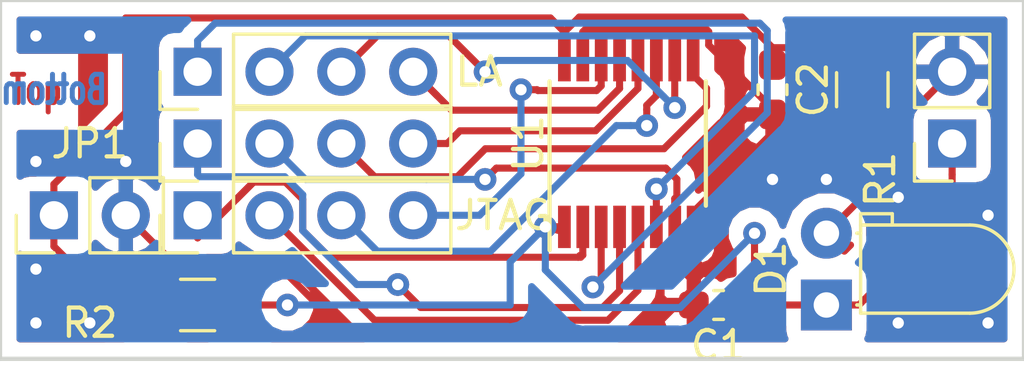
<source format=kicad_pcb>
(kicad_pcb (version 20171130) (host pcbnew 5.0.2+dfsg1-1~bpo9+1)

  (general
    (thickness 1.6)
    (drawings 6)
    (tracks 186)
    (zones 0)
    (modules 11)
    (nets 17)
  )

  (page A4)
  (layers
    (0 F.Cu signal)
    (31 B.Cu signal hide)
    (32 B.Adhes user hide)
    (33 F.Adhes user hide)
    (34 B.Paste user hide)
    (35 F.Paste user hide)
    (36 B.SilkS user hide)
    (37 F.SilkS user)
    (38 B.Mask user hide)
    (39 F.Mask user hide)
    (40 Dwgs.User user hide)
    (41 Cmts.User user hide)
    (42 Eco1.User user)
    (43 Eco2.User user hide)
    (44 Edge.Cuts user hide)
    (45 Margin user hide)
    (46 B.CrtYd user hide)
    (47 F.CrtYd user hide)
    (48 B.Fab user hide)
    (49 F.Fab user hide)
  )

  (setup
    (last_trace_width 0.25)
    (trace_clearance 0.2)
    (zone_clearance 0.508)
    (zone_45_only no)
    (trace_min 0.2)
    (segment_width 0.2)
    (edge_width 0.15)
    (via_size 0.8)
    (via_drill 0.4)
    (via_min_size 0.4)
    (via_min_drill 0.3)
    (uvia_size 0.3)
    (uvia_drill 0.1)
    (uvias_allowed no)
    (uvia_min_size 0.2)
    (uvia_min_drill 0.1)
    (pcb_text_width 0.3)
    (pcb_text_size 1.5 1.5)
    (mod_edge_width 0.15)
    (mod_text_size 1 1)
    (mod_text_width 0.15)
    (pad_size 1.524 1.524)
    (pad_drill 0.762)
    (pad_to_mask_clearance 0.051)
    (solder_mask_min_width 0.25)
    (aux_axis_origin 123.19 112.395)
    (grid_origin 120.65 114.3)
    (visible_elements FFFFFF7F)
    (pcbplotparams
      (layerselection 0x010fc_ffffffff)
      (usegerberextensions false)
      (usegerberattributes false)
      (usegerberadvancedattributes false)
      (creategerberjobfile false)
      (excludeedgelayer true)
      (linewidth 0.100000)
      (plotframeref false)
      (viasonmask false)
      (mode 1)
      (useauxorigin false)
      (hpglpennumber 1)
      (hpglpenspeed 20)
      (hpglpendiameter 15.000000)
      (psnegative false)
      (psa4output false)
      (plotreference true)
      (plotvalue true)
      (plotinvisibletext false)
      (padsonsilk false)
      (subtractmaskfromsilk false)
      (outputformat 1)
      (mirror false)
      (drillshape 1)
      (scaleselection 1)
      (outputdirectory ""))
  )

  (net 0 "")
  (net 1 +3V3)
  (net 2 "Net-(D1-Pad2)")
  (net 3 "Net-(C1-Pad1)")
  (net 4 "Net-(JP2..5jtag1-Pad1)")
  (net 5 "Net-(JP2..5la1-Pad1)")
  (net 6 "Net-(JP2..5u1-Pad1)")
  (net 7 "Net-(JP2..5jtag1-Pad2)")
  (net 8 "Net-(JP2..5la1-Pad2)")
  (net 9 "Net-(JP2..5u1-Pad2)")
  (net 10 GND)
  (net 11 "Net-(JP2..5u1-Pad3)")
  (net 12 "Net-(JP2..5la1-Pad3)")
  (net 13 "Net-(JP2..5jtag1-Pad3)")
  (net 14 "Net-(JP2..5u1-Pad4)")
  (net 15 "Net-(JP2..5la1-Pad4)")
  (net 16 "Net-(JP2..5jtag1-Pad4)")

  (net_class Default "This is the default net class."
    (clearance 0.2)
    (trace_width 0.25)
    (via_dia 0.8)
    (via_drill 0.4)
    (uvia_dia 0.3)
    (uvia_drill 0.1)
    (add_net +3V3)
    (add_net GND)
    (add_net "Net-(C1-Pad1)")
    (add_net "Net-(D1-Pad2)")
    (add_net "Net-(JP2..5jtag1-Pad1)")
    (add_net "Net-(JP2..5jtag1-Pad2)")
    (add_net "Net-(JP2..5jtag1-Pad3)")
    (add_net "Net-(JP2..5jtag1-Pad4)")
    (add_net "Net-(JP2..5la1-Pad1)")
    (add_net "Net-(JP2..5la1-Pad2)")
    (add_net "Net-(JP2..5la1-Pad3)")
    (add_net "Net-(JP2..5la1-Pad4)")
    (add_net "Net-(JP2..5u1-Pad1)")
    (add_net "Net-(JP2..5u1-Pad2)")
    (add_net "Net-(JP2..5u1-Pad3)")
    (add_net "Net-(JP2..5u1-Pad4)")
  )

  (module Capacitor_SMD:C_0603_1608Metric_Pad1.05x0.95mm_HandSolder (layer F.Cu) (tedit 5B301BBE) (tstamp 5C6C3637)
    (at 148.59 104.775 270)
    (descr "Capacitor SMD 0603 (1608 Metric), square (rectangular) end terminal, IPC_7351 nominal with elongated pad for handsoldering. (Body size source: http://www.tortai-tech.com/upload/download/2011102023233369053.pdf), generated with kicad-footprint-generator")
    (tags "capacitor handsolder")
    (path /5C603407)
    (attr smd)
    (fp_text reference C2 (at 0 -1.43 270) (layer F.SilkS)
      (effects (font (size 1 1) (thickness 0.15)))
    )
    (fp_text value 100n (at 0 1.43 270) (layer F.Fab)
      (effects (font (size 1 1) (thickness 0.15)))
    )
    (fp_line (start -0.8 0.4) (end -0.8 -0.4) (layer F.Fab) (width 0.1))
    (fp_line (start -0.8 -0.4) (end 0.8 -0.4) (layer F.Fab) (width 0.1))
    (fp_line (start 0.8 -0.4) (end 0.8 0.4) (layer F.Fab) (width 0.1))
    (fp_line (start 0.8 0.4) (end -0.8 0.4) (layer F.Fab) (width 0.1))
    (fp_line (start -0.171267 -0.51) (end 0.171267 -0.51) (layer F.SilkS) (width 0.12))
    (fp_line (start -0.171267 0.51) (end 0.171267 0.51) (layer F.SilkS) (width 0.12))
    (fp_line (start -1.65 0.73) (end -1.65 -0.73) (layer F.CrtYd) (width 0.05))
    (fp_line (start -1.65 -0.73) (end 1.65 -0.73) (layer F.CrtYd) (width 0.05))
    (fp_line (start 1.65 -0.73) (end 1.65 0.73) (layer F.CrtYd) (width 0.05))
    (fp_line (start 1.65 0.73) (end -1.65 0.73) (layer F.CrtYd) (width 0.05))
    (fp_text user %R (at 0 0 270) (layer F.Fab)
      (effects (font (size 0.4 0.4) (thickness 0.06)))
    )
    (pad 1 smd roundrect (at -0.875 0 270) (size 1.05 0.95) (layers F.Cu F.Paste F.Mask) (roundrect_rratio 0.25)
      (net 1 +3V3))
    (pad 2 smd roundrect (at 0.875 0 270) (size 1.05 0.95) (layers F.Cu F.Paste F.Mask) (roundrect_rratio 0.25)
      (net 10 GND))
    (model ${KISYS3DMOD}/Capacitor_SMD.3dshapes/C_0603_1608Metric.wrl
      (at (xyz 0 0 0))
      (scale (xyz 1 1 1))
      (rotate (xyz 0 0 0))
    )
  )

  (module Connector_PinHeader_2.54mm:PinHeader_1x04_P2.54mm_Vertical (layer F.Cu) (tedit 5C66F4A0) (tstamp 5C6C35DE)
    (at 128.27 104.14 90)
    (descr "Through hole straight pin header, 1x04, 2.54mm pitch, single row")
    (tags "Through hole pin header THT 1x04 2.54mm single row")
    (path /5C66AB31)
    (fp_text reference JP2..5la1 (at 0 -2.33 90) (layer F.SilkS) hide
      (effects (font (size 1 1) (thickness 0.15)))
    )
    (fp_text value LA (at 0 9.95 180) (layer F.SilkS)
      (effects (font (size 1 1) (thickness 0.15)))
    )
    (fp_text user %R (at 0 3.81 180) (layer F.Fab)
      (effects (font (size 1 1) (thickness 0.15)))
    )
    (fp_line (start 1.8 -1.8) (end -1.8 -1.8) (layer F.CrtYd) (width 0.05))
    (fp_line (start 1.8 9.4) (end 1.8 -1.8) (layer F.CrtYd) (width 0.05))
    (fp_line (start -1.8 9.4) (end 1.8 9.4) (layer F.CrtYd) (width 0.05))
    (fp_line (start -1.8 -1.8) (end -1.8 9.4) (layer F.CrtYd) (width 0.05))
    (fp_line (start -1.33 -1.33) (end 0 -1.33) (layer F.SilkS) (width 0.12))
    (fp_line (start -1.33 0) (end -1.33 -1.33) (layer F.SilkS) (width 0.12))
    (fp_line (start -1.33 1.27) (end 1.33 1.27) (layer F.SilkS) (width 0.12))
    (fp_line (start 1.33 1.27) (end 1.33 8.95) (layer F.SilkS) (width 0.12))
    (fp_line (start -1.33 1.27) (end -1.33 8.95) (layer F.SilkS) (width 0.12))
    (fp_line (start -1.33 8.95) (end 1.33 8.95) (layer F.SilkS) (width 0.12))
    (fp_line (start -1.27 -0.635) (end -0.635 -1.27) (layer F.Fab) (width 0.1))
    (fp_line (start -1.27 8.89) (end -1.27 -0.635) (layer F.Fab) (width 0.1))
    (fp_line (start 1.27 8.89) (end -1.27 8.89) (layer F.Fab) (width 0.1))
    (fp_line (start 1.27 -1.27) (end 1.27 8.89) (layer F.Fab) (width 0.1))
    (fp_line (start -0.635 -1.27) (end 1.27 -1.27) (layer F.Fab) (width 0.1))
    (pad 4 thru_hole oval (at 0 7.62 90) (size 1.7 1.7) (drill 1) (layers *.Cu *.Mask)
      (net 15 "Net-(JP2..5la1-Pad4)"))
    (pad 3 thru_hole oval (at 0 5.08 90) (size 1.7 1.7) (drill 1) (layers *.Cu *.Mask)
      (net 12 "Net-(JP2..5la1-Pad3)"))
    (pad 2 thru_hole oval (at 0 2.54 90) (size 1.7 1.7) (drill 1) (layers *.Cu *.Mask)
      (net 8 "Net-(JP2..5la1-Pad2)"))
    (pad 1 thru_hole rect (at 0 0 90) (size 1.7 1.7) (drill 1) (layers *.Cu *.Mask)
      (net 5 "Net-(JP2..5la1-Pad1)"))
    (model ${KISYS3DMOD}/Connector_PinHeader_2.54mm.3dshapes/PinHeader_1x04_P2.54mm_Vertical.wrl
      (at (xyz 0 0 0))
      (scale (xyz 1 1 1))
      (rotate (xyz 0 0 0))
    )
  )

  (module Connector_PinHeader_2.54mm:PinHeader_1x04_P2.54mm_Vertical (layer F.Cu) (tedit 5C66F485) (tstamp 5C6C35C6)
    (at 128.27 109.22 90)
    (descr "Through hole straight pin header, 1x04, 2.54mm pitch, single row")
    (tags "Through hole pin header THT 1x04 2.54mm single row")
    (path /5C66AA76)
    (fp_text reference JP2..5jtag1 (at 0 -2.33 90) (layer F.SilkS) hide
      (effects (font (size 1 1) (thickness 0.15)))
    )
    (fp_text value JTAG (at 0 10.795 180) (layer F.SilkS)
      (effects (font (size 1 1) (thickness 0.15)))
    )
    (fp_line (start -0.635 -1.27) (end 1.27 -1.27) (layer F.Fab) (width 0.1))
    (fp_line (start 1.27 -1.27) (end 1.27 8.89) (layer F.Fab) (width 0.1))
    (fp_line (start 1.27 8.89) (end -1.27 8.89) (layer F.Fab) (width 0.1))
    (fp_line (start -1.27 8.89) (end -1.27 -0.635) (layer F.Fab) (width 0.1))
    (fp_line (start -1.27 -0.635) (end -0.635 -1.27) (layer F.Fab) (width 0.1))
    (fp_line (start -1.33 8.95) (end 1.33 8.95) (layer F.SilkS) (width 0.12))
    (fp_line (start -1.33 1.27) (end -1.33 8.95) (layer F.SilkS) (width 0.12))
    (fp_line (start 1.33 1.27) (end 1.33 8.95) (layer F.SilkS) (width 0.12))
    (fp_line (start -1.33 1.27) (end 1.33 1.27) (layer F.SilkS) (width 0.12))
    (fp_line (start -1.33 0) (end -1.33 -1.33) (layer F.SilkS) (width 0.12))
    (fp_line (start -1.33 -1.33) (end 0 -1.33) (layer F.SilkS) (width 0.12))
    (fp_line (start -1.8 -1.8) (end -1.8 9.4) (layer F.CrtYd) (width 0.05))
    (fp_line (start -1.8 9.4) (end 1.8 9.4) (layer F.CrtYd) (width 0.05))
    (fp_line (start 1.8 9.4) (end 1.8 -1.8) (layer F.CrtYd) (width 0.05))
    (fp_line (start 1.8 -1.8) (end -1.8 -1.8) (layer F.CrtYd) (width 0.05))
    (fp_text user %R (at 0 3.81 180) (layer F.Fab)
      (effects (font (size 1 1) (thickness 0.15)))
    )
    (pad 1 thru_hole rect (at 0 0 90) (size 1.7 1.7) (drill 1) (layers *.Cu *.Mask)
      (net 4 "Net-(JP2..5jtag1-Pad1)"))
    (pad 2 thru_hole oval (at 0 2.54 90) (size 1.7 1.7) (drill 1) (layers *.Cu *.Mask)
      (net 7 "Net-(JP2..5jtag1-Pad2)"))
    (pad 3 thru_hole oval (at 0 5.08 90) (size 1.7 1.7) (drill 1) (layers *.Cu *.Mask)
      (net 13 "Net-(JP2..5jtag1-Pad3)"))
    (pad 4 thru_hole oval (at 0 7.62 90) (size 1.7 1.7) (drill 1) (layers *.Cu *.Mask)
      (net 16 "Net-(JP2..5jtag1-Pad4)"))
    (model ${KISYS3DMOD}/Connector_PinHeader_2.54mm.3dshapes/PinHeader_1x04_P2.54mm_Vertical.wrl
      (at (xyz 0 0 0))
      (scale (xyz 1 1 1))
      (rotate (xyz 0 0 0))
    )
  )

  (module LED_THT:LED_D3.0mm_Horizontal_O1.27mm_Z2.0mm (layer F.Cu) (tedit 5880A862) (tstamp 5C6C3584)
    (at 150.495 112.395 90)
    (descr "LED, diameter 3.0mm z-position of LED center 2.0mm, 2 pins")
    (tags "LED diameter 3.0mm z-position of LED center 2.0mm 2 pins")
    (path /5C6035E1)
    (fp_text reference D1 (at 1.27 -1.96 90) (layer F.SilkS)
      (effects (font (size 1 1) (thickness 0.15)))
    )
    (fp_text value red (at 1.27 7.63 90) (layer F.Fab)
      (effects (font (size 1 1) (thickness 0.15)))
    )
    (fp_arc (start 1.27 5.07) (end -0.23 5.07) (angle -180) (layer F.Fab) (width 0.1))
    (fp_arc (start 1.27 5.07) (end -0.29 5.07) (angle -180) (layer F.SilkS) (width 0.12))
    (fp_line (start -0.23 1.27) (end -0.23 5.07) (layer F.Fab) (width 0.1))
    (fp_line (start 2.77 1.27) (end 2.77 5.07) (layer F.Fab) (width 0.1))
    (fp_line (start -0.23 1.27) (end 2.77 1.27) (layer F.Fab) (width 0.1))
    (fp_line (start 3.17 1.27) (end 3.17 2.27) (layer F.Fab) (width 0.1))
    (fp_line (start 3.17 2.27) (end 2.77 2.27) (layer F.Fab) (width 0.1))
    (fp_line (start 2.77 2.27) (end 2.77 1.27) (layer F.Fab) (width 0.1))
    (fp_line (start 2.77 1.27) (end 3.17 1.27) (layer F.Fab) (width 0.1))
    (fp_line (start 0 0) (end 0 1.27) (layer F.Fab) (width 0.1))
    (fp_line (start 0 1.27) (end 0 1.27) (layer F.Fab) (width 0.1))
    (fp_line (start 0 1.27) (end 0 0) (layer F.Fab) (width 0.1))
    (fp_line (start 0 0) (end 0 0) (layer F.Fab) (width 0.1))
    (fp_line (start 2.54 0) (end 2.54 1.27) (layer F.Fab) (width 0.1))
    (fp_line (start 2.54 1.27) (end 2.54 1.27) (layer F.Fab) (width 0.1))
    (fp_line (start 2.54 1.27) (end 2.54 0) (layer F.Fab) (width 0.1))
    (fp_line (start 2.54 0) (end 2.54 0) (layer F.Fab) (width 0.1))
    (fp_line (start -0.29 1.21) (end -0.29 5.07) (layer F.SilkS) (width 0.12))
    (fp_line (start 2.83 1.21) (end 2.83 5.07) (layer F.SilkS) (width 0.12))
    (fp_line (start -0.29 1.21) (end 2.83 1.21) (layer F.SilkS) (width 0.12))
    (fp_line (start 3.23 1.21) (end 3.23 2.33) (layer F.SilkS) (width 0.12))
    (fp_line (start 3.23 2.33) (end 2.83 2.33) (layer F.SilkS) (width 0.12))
    (fp_line (start 2.83 2.33) (end 2.83 1.21) (layer F.SilkS) (width 0.12))
    (fp_line (start 2.83 1.21) (end 3.23 1.21) (layer F.SilkS) (width 0.12))
    (fp_line (start 0 1.08) (end 0 1.21) (layer F.SilkS) (width 0.12))
    (fp_line (start 0 1.21) (end 0 1.21) (layer F.SilkS) (width 0.12))
    (fp_line (start 0 1.21) (end 0 1.08) (layer F.SilkS) (width 0.12))
    (fp_line (start 0 1.08) (end 0 1.08) (layer F.SilkS) (width 0.12))
    (fp_line (start 2.54 1.08) (end 2.54 1.21) (layer F.SilkS) (width 0.12))
    (fp_line (start 2.54 1.21) (end 2.54 1.21) (layer F.SilkS) (width 0.12))
    (fp_line (start 2.54 1.21) (end 2.54 1.08) (layer F.SilkS) (width 0.12))
    (fp_line (start 2.54 1.08) (end 2.54 1.08) (layer F.SilkS) (width 0.12))
    (fp_line (start -1.25 -1.25) (end -1.25 6.9) (layer F.CrtYd) (width 0.05))
    (fp_line (start -1.25 6.9) (end 3.75 6.9) (layer F.CrtYd) (width 0.05))
    (fp_line (start 3.75 6.9) (end 3.75 -1.25) (layer F.CrtYd) (width 0.05))
    (fp_line (start 3.75 -1.25) (end -1.25 -1.25) (layer F.CrtYd) (width 0.05))
    (pad 1 thru_hole rect (at 0 0 90) (size 1.8 1.8) (drill 0.9) (layers *.Cu *.Mask)
      (net 3 "Net-(C1-Pad1)"))
    (pad 2 thru_hole circle (at 2.54 0 90) (size 1.8 1.8) (drill 0.9) (layers *.Cu *.Mask)
      (net 2 "Net-(D1-Pad2)"))
    (model ${KISYS3DMOD}/LED_THT.3dshapes/LED_D3.0mm_Horizontal_O1.27mm_Z2.0mm.wrl
      (at (xyz 0 0 0))
      (scale (xyz 1 1 1))
      (rotate (xyz 0 0 0))
    )
  )

  (module Resistor_SMD:R_0603_1608Metric_Pad1.05x0.95mm_HandSolder (layer F.Cu) (tedit 5B301BBD) (tstamp 5C6C350D)
    (at 146.685 112.395 180)
    (descr "Resistor SMD 0603 (1608 Metric), square (rectangular) end terminal, IPC_7351 nominal with elongated pad for handsoldering. (Body size source: http://www.tortai-tech.com/upload/download/2011102023233369053.pdf), generated with kicad-footprint-generator")
    (tags "resistor handsolder")
    (path /5C60346B)
    (attr smd)
    (fp_text reference C1 (at 0 -1.43 180) (layer F.SilkS)
      (effects (font (size 1 1) (thickness 0.15)))
    )
    (fp_text value 100n (at 0 1.43 180) (layer F.Fab)
      (effects (font (size 1 1) (thickness 0.15)))
    )
    (fp_line (start -0.8 0.4) (end -0.8 -0.4) (layer F.Fab) (width 0.1))
    (fp_line (start -0.8 -0.4) (end 0.8 -0.4) (layer F.Fab) (width 0.1))
    (fp_line (start 0.8 -0.4) (end 0.8 0.4) (layer F.Fab) (width 0.1))
    (fp_line (start 0.8 0.4) (end -0.8 0.4) (layer F.Fab) (width 0.1))
    (fp_line (start -0.171267 -0.51) (end 0.171267 -0.51) (layer F.SilkS) (width 0.12))
    (fp_line (start -0.171267 0.51) (end 0.171267 0.51) (layer F.SilkS) (width 0.12))
    (fp_line (start -1.65 0.73) (end -1.65 -0.73) (layer F.CrtYd) (width 0.05))
    (fp_line (start -1.65 -0.73) (end 1.65 -0.73) (layer F.CrtYd) (width 0.05))
    (fp_line (start 1.65 -0.73) (end 1.65 0.73) (layer F.CrtYd) (width 0.05))
    (fp_line (start 1.65 0.73) (end -1.65 0.73) (layer F.CrtYd) (width 0.05))
    (fp_text user %R (at 0 0 180) (layer F.Fab)
      (effects (font (size 0.4 0.4) (thickness 0.06)))
    )
    (pad 1 smd roundrect (at -0.875 0 180) (size 1.05 0.95) (layers F.Cu F.Paste F.Mask) (roundrect_rratio 0.25)
      (net 3 "Net-(C1-Pad1)"))
    (pad 2 smd roundrect (at 0.875 0 180) (size 1.05 0.95) (layers F.Cu F.Paste F.Mask) (roundrect_rratio 0.25)
      (net 10 GND))
    (model ${KISYS3DMOD}/Resistor_SMD.3dshapes/R_0603_1608Metric.wrl
      (at (xyz 0 0 0))
      (scale (xyz 1 1 1))
      (rotate (xyz 0 0 0))
    )
  )

  (module Resistor_SMD:R_1206_3216Metric_Pad1.42x1.75mm_HandSolder (layer F.Cu) (tedit 5B301BBD) (tstamp 5C6BF881)
    (at 128.27 112.395)
    (descr "Resistor SMD 1206 (3216 Metric), square (rectangular) end terminal, IPC_7351 nominal with elongated pad for handsoldering. (Body size source: http://www.tortai-tech.com/upload/download/2011102023233369053.pdf), generated with kicad-footprint-generator")
    (tags "resistor handsolder")
    (path /5C6034C1)
    (attr smd)
    (fp_text reference R2 (at -3.81 0.635) (layer F.SilkS)
      (effects (font (size 1 1) (thickness 0.15)))
    )
    (fp_text value 10k (at 0 1.82) (layer F.Fab)
      (effects (font (size 1 1) (thickness 0.15)))
    )
    (fp_text user %R (at 0 0) (layer F.Fab)
      (effects (font (size 0.8 0.8) (thickness 0.12)))
    )
    (fp_line (start 2.45 1.12) (end -2.45 1.12) (layer F.CrtYd) (width 0.05))
    (fp_line (start 2.45 -1.12) (end 2.45 1.12) (layer F.CrtYd) (width 0.05))
    (fp_line (start -2.45 -1.12) (end 2.45 -1.12) (layer F.CrtYd) (width 0.05))
    (fp_line (start -2.45 1.12) (end -2.45 -1.12) (layer F.CrtYd) (width 0.05))
    (fp_line (start -0.602064 0.91) (end 0.602064 0.91) (layer F.SilkS) (width 0.12))
    (fp_line (start -0.602064 -0.91) (end 0.602064 -0.91) (layer F.SilkS) (width 0.12))
    (fp_line (start 1.6 0.8) (end -1.6 0.8) (layer F.Fab) (width 0.1))
    (fp_line (start 1.6 -0.8) (end 1.6 0.8) (layer F.Fab) (width 0.1))
    (fp_line (start -1.6 -0.8) (end 1.6 -0.8) (layer F.Fab) (width 0.1))
    (fp_line (start -1.6 0.8) (end -1.6 -0.8) (layer F.Fab) (width 0.1))
    (pad 2 smd roundrect (at 1.4875 0) (size 1.425 1.75) (layers F.Cu F.Paste F.Mask) (roundrect_rratio 0.175439)
      (net 3 "Net-(C1-Pad1)"))
    (pad 1 smd roundrect (at -1.4875 0) (size 1.425 1.75) (layers F.Cu F.Paste F.Mask) (roundrect_rratio 0.175439)
      (net 1 +3V3))
    (model ${KISYS3DMOD}/Resistor_SMD.3dshapes/R_1206_3216Metric.wrl
      (at (xyz 0 0 0))
      (scale (xyz 1 1 1))
      (rotate (xyz 0 0 0))
    )
  )

  (module Connector_PinSocket_2.54mm:PinSocket_1x02_P2.54mm_Vertical (layer F.Cu) (tedit 5C66D1BA) (tstamp 5C6B14CF)
    (at 154.94 106.68 180)
    (descr "Through hole straight socket strip, 1x02, 2.54mm pitch, single row (from Kicad 4.0.7), script generated")
    (tags "Through hole socket strip THT 1x02 2.54mm single row")
    (path /5C669C2A)
    (fp_text reference Trigger1 (at 0 -2.77 180) (layer F.SilkS) hide
      (effects (font (size 1 1) (thickness 0.15)))
    )
    (fp_text value "Pin 7+8" (at 0 5.31 180) (layer F.Fab)
      (effects (font (size 1 1) (thickness 0.15)))
    )
    (fp_line (start -1.27 -1.27) (end 0.635 -1.27) (layer F.Fab) (width 0.1))
    (fp_line (start 0.635 -1.27) (end 1.27 -0.635) (layer F.Fab) (width 0.1))
    (fp_line (start 1.27 -0.635) (end 1.27 3.81) (layer F.Fab) (width 0.1))
    (fp_line (start 1.27 3.81) (end -1.27 3.81) (layer F.Fab) (width 0.1))
    (fp_line (start -1.27 3.81) (end -1.27 -1.27) (layer F.Fab) (width 0.1))
    (fp_line (start -1.33 1.27) (end 1.33 1.27) (layer F.SilkS) (width 0.12))
    (fp_line (start -1.33 1.27) (end -1.33 3.87) (layer F.SilkS) (width 0.12))
    (fp_line (start -1.33 3.87) (end 1.33 3.87) (layer F.SilkS) (width 0.12))
    (fp_line (start 1.33 1.27) (end 1.33 3.87) (layer F.SilkS) (width 0.12))
    (fp_line (start 1.33 -1.33) (end 1.33 0) (layer F.SilkS) (width 0.12))
    (fp_line (start 0 -1.33) (end 1.33 -1.33) (layer F.SilkS) (width 0.12))
    (fp_line (start -1.8 -1.8) (end 1.75 -1.8) (layer F.CrtYd) (width 0.05))
    (fp_line (start 1.75 -1.8) (end 1.75 4.3) (layer F.CrtYd) (width 0.05))
    (fp_line (start 1.75 4.3) (end -1.8 4.3) (layer F.CrtYd) (width 0.05))
    (fp_line (start -1.8 4.3) (end -1.8 -1.8) (layer F.CrtYd) (width 0.05))
    (fp_text user %R (at 0 1.27 270) (layer F.Fab)
      (effects (font (size 1 1) (thickness 0.15)))
    )
    (pad 1 thru_hole rect (at 0 0 180) (size 1.7 1.7) (drill 1) (layers *.Cu *.Mask)
      (net 3 "Net-(C1-Pad1)"))
    (pad 2 thru_hole oval (at 0 2.54 180) (size 1.7 1.7) (drill 1) (layers *.Cu *.Mask)
      (net 10 GND))
    (model ${KISYS3DMOD}/Connector_PinSocket_2.54mm.3dshapes/PinSocket_1x02_P2.54mm_Vertical.wrl
      (at (xyz 0 0 0))
      (scale (xyz 1 1 1))
      (rotate (xyz 0 0 0))
    )
  )

  (module Resistor_SMD:R_1206_3216Metric_Pad1.42x1.75mm_HandSolder (layer F.Cu) (tedit 5B301BBD) (tstamp 5C6BF871)
    (at 151.765 104.775 270)
    (descr "Resistor SMD 1206 (3216 Metric), square (rectangular) end terminal, IPC_7351 nominal with elongated pad for handsoldering. (Body size source: http://www.tortai-tech.com/upload/download/2011102023233369053.pdf), generated with kicad-footprint-generator")
    (tags "resistor handsolder")
    (path /5C603521)
    (attr smd)
    (fp_text reference R1 (at 3.175 -0.635 270) (layer F.SilkS)
      (effects (font (size 1 1) (thickness 0.15)))
    )
    (fp_text value 390R (at 0 1.82 270) (layer F.Fab)
      (effects (font (size 1 1) (thickness 0.15)))
    )
    (fp_line (start -1.6 0.8) (end -1.6 -0.8) (layer F.Fab) (width 0.1))
    (fp_line (start -1.6 -0.8) (end 1.6 -0.8) (layer F.Fab) (width 0.1))
    (fp_line (start 1.6 -0.8) (end 1.6 0.8) (layer F.Fab) (width 0.1))
    (fp_line (start 1.6 0.8) (end -1.6 0.8) (layer F.Fab) (width 0.1))
    (fp_line (start -0.602064 -0.91) (end 0.602064 -0.91) (layer F.SilkS) (width 0.12))
    (fp_line (start -0.602064 0.91) (end 0.602064 0.91) (layer F.SilkS) (width 0.12))
    (fp_line (start -2.45 1.12) (end -2.45 -1.12) (layer F.CrtYd) (width 0.05))
    (fp_line (start -2.45 -1.12) (end 2.45 -1.12) (layer F.CrtYd) (width 0.05))
    (fp_line (start 2.45 -1.12) (end 2.45 1.12) (layer F.CrtYd) (width 0.05))
    (fp_line (start 2.45 1.12) (end -2.45 1.12) (layer F.CrtYd) (width 0.05))
    (fp_text user %R (at 0 0 270) (layer F.Fab)
      (effects (font (size 0.8 0.8) (thickness 0.12)))
    )
    (pad 1 smd roundrect (at -1.4875 0 270) (size 1.425 1.75) (layers F.Cu F.Paste F.Mask) (roundrect_rratio 0.175439)
      (net 1 +3V3))
    (pad 2 smd roundrect (at 1.4875 0 270) (size 1.425 1.75) (layers F.Cu F.Paste F.Mask) (roundrect_rratio 0.175439)
      (net 2 "Net-(D1-Pad2)"))
    (model ${KISYS3DMOD}/Resistor_SMD.3dshapes/R_1206_3216Metric.wrl
      (at (xyz 0 0 0))
      (scale (xyz 1 1 1))
      (rotate (xyz 0 0 0))
    )
  )

  (module Package_SO:TSSOP-16_4.4x5mm_P0.65mm (layer F.Cu) (tedit 5A02F25C) (tstamp 5C6B148F)
    (at 143.51 106.68 90)
    (descr "16-Lead Plastic Thin Shrink Small Outline (ST)-4.4 mm Body [TSSOP] (see Microchip Packaging Specification 00000049BS.pdf)")
    (tags "SSOP 0.65")
    (path /5C6054CA)
    (attr smd)
    (fp_text reference U1 (at 0 -3.55 90) (layer F.SilkS)
      (effects (font (size 1 1) (thickness 0.15)))
    )
    (fp_text value 74CBTLV3257 (at 0 3.55 90) (layer F.Fab)
      (effects (font (size 1 1) (thickness 0.15)))
    )
    (fp_line (start -1.2 -2.5) (end 2.2 -2.5) (layer F.Fab) (width 0.15))
    (fp_line (start 2.2 -2.5) (end 2.2 2.5) (layer F.Fab) (width 0.15))
    (fp_line (start 2.2 2.5) (end -2.2 2.5) (layer F.Fab) (width 0.15))
    (fp_line (start -2.2 2.5) (end -2.2 -1.5) (layer F.Fab) (width 0.15))
    (fp_line (start -2.2 -1.5) (end -1.2 -2.5) (layer F.Fab) (width 0.15))
    (fp_line (start -3.95 -2.9) (end -3.95 2.8) (layer F.CrtYd) (width 0.05))
    (fp_line (start 3.95 -2.9) (end 3.95 2.8) (layer F.CrtYd) (width 0.05))
    (fp_line (start -3.95 -2.9) (end 3.95 -2.9) (layer F.CrtYd) (width 0.05))
    (fp_line (start -3.95 2.8) (end 3.95 2.8) (layer F.CrtYd) (width 0.05))
    (fp_line (start -2.2 2.725) (end 2.2 2.725) (layer F.SilkS) (width 0.15))
    (fp_line (start -3.775 -2.8) (end 2.2 -2.8) (layer F.SilkS) (width 0.15))
    (fp_text user %R (at 0 0 90) (layer F.Fab)
      (effects (font (size 0.8 0.8) (thickness 0.15)))
    )
    (pad 1 smd rect (at -2.95 -2.275 90) (size 1.5 0.45) (layers F.Cu F.Paste F.Mask)
      (net 3 "Net-(C1-Pad1)"))
    (pad 2 smd rect (at -2.95 -1.625 90) (size 1.5 0.45) (layers F.Cu F.Paste F.Mask)
      (net 4 "Net-(JP2..5jtag1-Pad1)"))
    (pad 3 smd rect (at -2.95 -0.975 90) (size 1.5 0.45) (layers F.Cu F.Paste F.Mask)
      (net 5 "Net-(JP2..5la1-Pad1)"))
    (pad 4 smd rect (at -2.95 -0.325 90) (size 1.5 0.45) (layers F.Cu F.Paste F.Mask)
      (net 6 "Net-(JP2..5u1-Pad1)"))
    (pad 5 smd rect (at -2.95 0.325 90) (size 1.5 0.45) (layers F.Cu F.Paste F.Mask)
      (net 7 "Net-(JP2..5jtag1-Pad2)"))
    (pad 6 smd rect (at -2.95 0.975 90) (size 1.5 0.45) (layers F.Cu F.Paste F.Mask)
      (net 8 "Net-(JP2..5la1-Pad2)"))
    (pad 7 smd rect (at -2.95 1.625 90) (size 1.5 0.45) (layers F.Cu F.Paste F.Mask)
      (net 9 "Net-(JP2..5u1-Pad2)"))
    (pad 8 smd rect (at -2.95 2.275 90) (size 1.5 0.45) (layers F.Cu F.Paste F.Mask)
      (net 10 GND))
    (pad 9 smd rect (at 2.95 2.275 90) (size 1.5 0.45) (layers F.Cu F.Paste F.Mask)
      (net 11 "Net-(JP2..5u1-Pad3)"))
    (pad 10 smd rect (at 2.95 1.625 90) (size 1.5 0.45) (layers F.Cu F.Paste F.Mask)
      (net 12 "Net-(JP2..5la1-Pad3)"))
    (pad 11 smd rect (at 2.95 0.975 90) (size 1.5 0.45) (layers F.Cu F.Paste F.Mask)
      (net 13 "Net-(JP2..5jtag1-Pad3)"))
    (pad 12 smd rect (at 2.95 0.325 90) (size 1.5 0.45) (layers F.Cu F.Paste F.Mask)
      (net 14 "Net-(JP2..5u1-Pad4)"))
    (pad 13 smd rect (at 2.95 -0.325 90) (size 1.5 0.45) (layers F.Cu F.Paste F.Mask)
      (net 15 "Net-(JP2..5la1-Pad4)"))
    (pad 14 smd rect (at 2.95 -0.975 90) (size 1.5 0.45) (layers F.Cu F.Paste F.Mask)
      (net 16 "Net-(JP2..5jtag1-Pad4)"))
    (pad 15 smd rect (at 2.95 -1.625 90) (size 1.5 0.45) (layers F.Cu F.Paste F.Mask)
      (net 10 GND))
    (pad 16 smd rect (at 2.95 -2.275 90) (size 1.5 0.45) (layers F.Cu F.Paste F.Mask)
      (net 1 +3V3))
    (model ${KISYS3DMOD}/Package_SO.3dshapes/TSSOP-16_4.4x5mm_P0.65mm.wrl
      (at (xyz 0 0 0))
      (scale (xyz 1 1 1))
      (rotate (xyz 0 0 0))
    )
  )

  (module Connector_PinHeader_2.54mm:PinHeader_1x02_P2.54mm_Vertical (layer F.Cu) (tedit 59FED5CC) (tstamp 5C6B152D)
    (at 123.19 109.22 90)
    (descr "Through hole straight pin header, 1x02, 2.54mm pitch, single row")
    (tags "Through hole pin header THT 1x02 2.54mm single row")
    (path /5C66C041)
    (fp_text reference JP1 (at 2.54 1.27) (layer F.SilkS)
      (effects (font (size 1 1) (thickness 0.15)))
    )
    (fp_text value Power (at 0 4.87 90) (layer F.Fab)
      (effects (font (size 1 1) (thickness 0.15)))
    )
    (fp_line (start -0.635 -1.27) (end 1.27 -1.27) (layer F.Fab) (width 0.1))
    (fp_line (start 1.27 -1.27) (end 1.27 3.81) (layer F.Fab) (width 0.1))
    (fp_line (start 1.27 3.81) (end -1.27 3.81) (layer F.Fab) (width 0.1))
    (fp_line (start -1.27 3.81) (end -1.27 -0.635) (layer F.Fab) (width 0.1))
    (fp_line (start -1.27 -0.635) (end -0.635 -1.27) (layer F.Fab) (width 0.1))
    (fp_line (start -1.33 3.87) (end 1.33 3.87) (layer F.SilkS) (width 0.12))
    (fp_line (start -1.33 1.27) (end -1.33 3.87) (layer F.SilkS) (width 0.12))
    (fp_line (start 1.33 1.27) (end 1.33 3.87) (layer F.SilkS) (width 0.12))
    (fp_line (start -1.33 1.27) (end 1.33 1.27) (layer F.SilkS) (width 0.12))
    (fp_line (start -1.33 0) (end -1.33 -1.33) (layer F.SilkS) (width 0.12))
    (fp_line (start -1.33 -1.33) (end 0 -1.33) (layer F.SilkS) (width 0.12))
    (fp_line (start -1.8 -1.8) (end -1.8 4.35) (layer F.CrtYd) (width 0.05))
    (fp_line (start -1.8 4.35) (end 1.8 4.35) (layer F.CrtYd) (width 0.05))
    (fp_line (start 1.8 4.35) (end 1.8 -1.8) (layer F.CrtYd) (width 0.05))
    (fp_line (start 1.8 -1.8) (end -1.8 -1.8) (layer F.CrtYd) (width 0.05))
    (fp_text user %R (at -2.54 2.164999 270) (layer F.Fab)
      (effects (font (size 1 1) (thickness 0.15)))
    )
    (pad 1 thru_hole rect (at 0 0 90) (size 1.7 1.7) (drill 1) (layers *.Cu *.Mask)
      (net 1 +3V3))
    (pad 2 thru_hole oval (at 0 2.54 90) (size 1.7 1.7) (drill 1) (layers *.Cu *.Mask)
      (net 10 GND))
    (model ${KISYS3DMOD}/Connector_PinHeader_2.54mm.3dshapes/PinHeader_1x02_P2.54mm_Vertical.wrl
      (at (xyz 0 0 0))
      (scale (xyz 1 1 1))
      (rotate (xyz 0 0 0))
    )
  )

  (module Connector_PinHeader_2.54mm:PinHeader_1x04_P2.54mm_Vertical (layer F.Cu) (tedit 5C66F418) (tstamp 5C6B1517)
    (at 128.27 106.68 90)
    (descr "Through hole straight pin header, 1x04, 2.54mm pitch, single row")
    (tags "Through hole pin header THT 1x04 2.54mm single row")
    (path /5C66AB9B)
    (fp_text reference JP2..5u1 (at 3.81 -5.715 90) (layer F.SilkS) hide
      (effects (font (size 1 1) (thickness 0.15)))
    )
    (fp_text value Center (at 0 9.95 90) (layer F.Fab)
      (effects (font (size 1 1) (thickness 0.15)))
    )
    (fp_line (start -0.635 -1.27) (end 1.27 -1.27) (layer F.Fab) (width 0.1))
    (fp_line (start 1.27 -1.27) (end 1.27 8.89) (layer F.Fab) (width 0.1))
    (fp_line (start 1.27 8.89) (end -1.27 8.89) (layer F.Fab) (width 0.1))
    (fp_line (start -1.27 8.89) (end -1.27 -0.635) (layer F.Fab) (width 0.1))
    (fp_line (start -1.27 -0.635) (end -0.635 -1.27) (layer F.Fab) (width 0.1))
    (fp_line (start -1.33 8.95) (end 1.33 8.95) (layer F.SilkS) (width 0.12))
    (fp_line (start -1.33 1.27) (end -1.33 8.95) (layer F.SilkS) (width 0.12))
    (fp_line (start 1.33 1.27) (end 1.33 8.95) (layer F.SilkS) (width 0.12))
    (fp_line (start -1.33 1.27) (end 1.33 1.27) (layer F.SilkS) (width 0.12))
    (fp_line (start -1.33 0) (end -1.33 -1.33) (layer F.SilkS) (width 0.12))
    (fp_line (start -1.33 -1.33) (end 0 -1.33) (layer F.SilkS) (width 0.12))
    (fp_line (start -1.8 -1.8) (end -1.8 9.4) (layer F.CrtYd) (width 0.05))
    (fp_line (start -1.8 9.4) (end 1.8 9.4) (layer F.CrtYd) (width 0.05))
    (fp_line (start 1.8 9.4) (end 1.8 -1.8) (layer F.CrtYd) (width 0.05))
    (fp_line (start 1.8 -1.8) (end -1.8 -1.8) (layer F.CrtYd) (width 0.05))
    (fp_text user %R (at 0 3.81 180) (layer F.Fab)
      (effects (font (size 1 1) (thickness 0.15)))
    )
    (pad 1 thru_hole rect (at 0 0 90) (size 1.7 1.7) (drill 1) (layers *.Cu *.Mask)
      (net 6 "Net-(JP2..5u1-Pad1)"))
    (pad 2 thru_hole oval (at 0 2.54 90) (size 1.7 1.7) (drill 1) (layers *.Cu *.Mask)
      (net 9 "Net-(JP2..5u1-Pad2)"))
    (pad 3 thru_hole oval (at 0 5.08 90) (size 1.7 1.7) (drill 1) (layers *.Cu *.Mask)
      (net 11 "Net-(JP2..5u1-Pad3)"))
    (pad 4 thru_hole oval (at 0 7.62 90) (size 1.7 1.7) (drill 1) (layers *.Cu *.Mask)
      (net 14 "Net-(JP2..5u1-Pad4)"))
    (model ${KISYS3DMOD}/Connector_PinHeader_2.54mm.3dshapes/PinHeader_1x04_P2.54mm_Vertical.wrl
      (at (xyz 0 0 0))
      (scale (xyz 1 1 1))
      (rotate (xyz 0 0 0))
    )
  )

  (gr_text Bottom (at 123.19 104.775) (layer B.Cu)
    (effects (font (size 1 0.7) (thickness 0.175)) (justify mirror))
  )
  (gr_text Top (at 122.555 104.775) (layer F.Cu)
    (effects (font (size 1 0.7) (thickness 0.175)))
  )
  (gr_line (start 121.285 101.6) (end 157.48 101.6) (layer Edge.Cuts) (width 0.15))
  (gr_line (start 121.285 114.3) (end 121.285 101.6) (layer Edge.Cuts) (width 0.15))
  (gr_line (start 157.48 114.3) (end 121.285 114.3) (layer Edge.Cuts) (width 0.15))
  (gr_line (start 157.48 101.6) (end 157.48 114.3) (layer Edge.Cuts) (width 0.15))

  (segment (start 125.97 112.395) (end 126.7825 112.395) (width 0.25) (layer F.Cu) (net 1))
  (segment (start 125.265 112.395) (end 125.97 112.395) (width 0.25) (layer F.Cu) (net 1))
  (segment (start 123.19 110.32) (end 125.265 112.395) (width 0.25) (layer F.Cu) (net 1))
  (segment (start 123.19 109.22) (end 123.19 110.32) (width 0.25) (layer F.Cu) (net 1))
  (segment (start 148.59 103.2875) (end 151.765 103.2875) (width 0.25) (layer F.Cu) (net 1))
  (segment (start 147.818653 102.516153) (end 148.59 103.2875) (width 0.25) (layer F.Cu) (net 1))
  (segment (start 147.507489 102.204989) (end 147.818653 102.516153) (width 0.25) (layer F.Cu) (net 1))
  (segment (start 141.760011 102.204989) (end 147.507489 102.204989) (width 0.25) (layer F.Cu) (net 1))
  (segment (start 141.235 102.73) (end 141.235 103.73) (width 0.25) (layer F.Cu) (net 1))
  (segment (start 140.74 102.235) (end 141.235 102.73) (width 0.25) (layer F.Cu) (net 1))
  (segment (start 123.19 109.22) (end 123.19 108.12) (width 0.25) (layer F.Cu) (net 1))
  (segment (start 125.73 102.235) (end 140.74 102.235) (width 0.25) (layer F.Cu) (net 1))
  (segment (start 123.19 108.12) (end 125.73 105.58) (width 0.25) (layer F.Cu) (net 1))
  (segment (start 125.73 105.58) (end 125.73 102.235) (width 0.25) (layer F.Cu) (net 1))
  (segment (start 141.235 102.73) (end 141.760011 102.204989) (width 0.25) (layer F.Cu) (net 1))
  (segment (start 151.3475 110.2725) (end 151.13 110.49) (width 0.25) (layer F.Cu) (net 2))
  (segment (start 151.13 106.8975) (end 151.765 106.2625) (width 0.25) (layer F.Cu) (net 2))
  (segment (start 151.765 108.585) (end 151.765 106.2625) (width 0.25) (layer F.Cu) (net 2))
  (segment (start 150.495 109.855) (end 151.765 108.585) (width 0.25) (layer F.Cu) (net 2))
  (segment (start 141.235 109.63) (end 141.195 109.63) (width 0.25) (layer F.Cu) (net 3))
  (segment (start 141.195 109.63) (end 140.56 109.63) (width 0.25) (layer F.Cu) (net 3))
  (segment (start 141.235 109.63) (end 140.56 109.63) (width 0.25) (layer F.Cu) (net 3))
  (segment (start 140.56 109.63) (end 141.060001 109.764999) (width 0.25) (layer F.Cu) (net 3) (tstamp 5C6C00D6))
  (via (at 140.56 109.63) (size 0.8) (drill 0.4) (layers F.Cu B.Cu) (net 3))
  (via (at 147.955 109.855) (size 0.8) (drill 0.4) (layers F.Cu B.Cu) (net 3))
  (segment (start 147.955 112.1775) (end 148.1725 112.395) (width 0.25) (layer F.Cu) (net 3))
  (segment (start 147.955 109.855) (end 147.955 112.1775) (width 0.25) (layer F.Cu) (net 3))
  (segment (start 131.445 112.395) (end 131.445 112.395) (width 0.25) (layer B.Cu) (net 3) (tstamp 5C6C0888))
  (via (at 131.445 112.395) (size 0.8) (drill 0.4) (layers F.Cu B.Cu) (net 3))
  (segment (start 131.445 112.395) (end 129.7575 112.395) (width 0.25) (layer F.Cu) (net 3))
  (segment (start 147.555001 110.254999) (end 147.955 109.855) (width 0.25) (layer B.Cu) (net 3))
  (segment (start 145.324999 112.485001) (end 147.555001 110.254999) (width 0.25) (layer B.Cu) (net 3))
  (segment (start 141.891999 112.485001) (end 145.324999 112.485001) (width 0.25) (layer B.Cu) (net 3))
  (segment (start 148.1725 112.395) (end 150.495 112.395) (width 0.25) (layer F.Cu) (net 3))
  (segment (start 154.94 107.78) (end 154.94 106.68) (width 0.25) (layer F.Cu) (net 3))
  (segment (start 154.94 109.1) (end 154.94 107.78) (width 0.25) (layer F.Cu) (net 3))
  (segment (start 151.645 112.395) (end 154.94 109.1) (width 0.25) (layer F.Cu) (net 3))
  (segment (start 150.495 112.395) (end 151.645 112.395) (width 0.25) (layer F.Cu) (net 3))
  (segment (start 131.445 112.395) (end 139.318002 112.395) (width 0.25) (layer B.Cu) (net 3))
  (segment (start 139.318002 110.871998) (end 140.56 109.63) (width 0.25) (layer B.Cu) (net 3))
  (segment (start 139.318002 112.395) (end 139.318002 110.871998) (width 0.25) (layer B.Cu) (net 3))
  (segment (start 140.56 111.153002) (end 141.891999 112.485001) (width 0.25) (layer B.Cu) (net 3))
  (segment (start 140.56 109.63) (end 140.56 111.153002) (width 0.25) (layer B.Cu) (net 3))
  (segment (start 141.720001 110.705001) (end 141.785001 110.640001) (width 0.25) (layer F.Cu) (net 4))
  (segment (start 128.27 110.020998) (end 130.245999 108.044999) (width 0.25) (layer F.Cu) (net 4))
  (segment (start 128.27 109.22) (end 128.27 110.020998) (width 0.25) (layer F.Cu) (net 4))
  (segment (start 131.374001 108.044999) (end 130.245999 108.044999) (width 0.25) (layer F.Cu) (net 4))
  (segment (start 131.985001 108.655999) (end 131.374001 108.044999) (width 0.25) (layer F.Cu) (net 4))
  (segment (start 130.245999 108.044999) (end 129.634999 108.655999) (width 0.25) (layer F.Cu) (net 4))
  (segment (start 131.985001 109.758591) (end 131.985001 108.655999) (width 0.25) (layer F.Cu) (net 4))
  (segment (start 132.931411 110.705001) (end 131.985001 109.758591) (width 0.25) (layer F.Cu) (net 4))
  (segment (start 141.885 110.63) (end 141.885 109.63) (width 0.25) (layer F.Cu) (net 4))
  (segment (start 141.809999 110.705001) (end 141.885 110.63) (width 0.25) (layer F.Cu) (net 4))
  (segment (start 141.720001 110.705001) (end 141.809999 110.705001) (width 0.25) (layer F.Cu) (net 4))
  (segment (start 132.931411 110.705001) (end 141.720001 110.705001) (width 0.25) (layer F.Cu) (net 4))
  (via (at 142.24 111.76) (size 0.8) (drill 0.4) (layers F.Cu B.Cu) (net 5))
  (segment (start 142.535 111.465) (end 142.24 111.76) (width 0.25) (layer F.Cu) (net 5))
  (segment (start 142.535 109.63) (end 142.535 111.465) (width 0.25) (layer F.Cu) (net 5))
  (segment (start 128.27 103.04) (end 128.27 104.14) (width 0.25) (layer B.Cu) (net 5))
  (segment (start 128.89001 102.41999) (end 128.27 103.04) (width 0.25) (layer B.Cu) (net 5))
  (segment (start 148.40501 102.6836) (end 148.1414 102.41999) (width 0.25) (layer B.Cu) (net 5))
  (segment (start 148.40501 105.59499) (end 148.40501 102.6836) (width 0.25) (layer B.Cu) (net 5))
  (segment (start 142.24 111.76) (end 148.40501 105.59499) (width 0.25) (layer B.Cu) (net 5))
  (segment (start 148.1414 102.41999) (end 128.89001 102.41999) (width 0.25) (layer B.Cu) (net 5))
  (via (at 135.345001 111.669999) (size 0.8) (drill 0.4) (layers F.Cu B.Cu) (net 6) (tstamp 5C6C00B0))
  (via (at 135.345001 111.669999) (size 0.8) (drill 0.4) (layers F.Cu B.Cu) (net 6))
  (segment (start 128.345001 107.855001) (end 128.27 107.78) (width 0.25) (layer B.Cu) (net 6))
  (segment (start 131.348591 107.855001) (end 128.345001 107.855001) (width 0.25) (layer B.Cu) (net 6))
  (segment (start 131.985001 108.491411) (end 131.348591 107.855001) (width 0.25) (layer B.Cu) (net 6))
  (segment (start 131.985001 109.760001) (end 131.985001 108.491411) (width 0.25) (layer B.Cu) (net 6))
  (segment (start 128.27 107.78) (end 128.27 106.68) (width 0.25) (layer B.Cu) (net 6))
  (segment (start 133.894999 111.669999) (end 131.985001 109.760001) (width 0.25) (layer B.Cu) (net 6))
  (segment (start 135.345001 111.669999) (end 133.894999 111.669999) (width 0.25) (layer B.Cu) (net 6))
  (segment (start 143.185 111.888002) (end 143.185 110.63) (width 0.25) (layer F.Cu) (net 6))
  (segment (start 142.588001 112.485001) (end 143.185 111.888002) (width 0.25) (layer F.Cu) (net 6))
  (segment (start 143.185 110.63) (end 143.185 109.63) (width 0.25) (layer F.Cu) (net 6))
  (segment (start 135.345001 111.669999) (end 136.160003 112.485001) (width 0.25) (layer F.Cu) (net 6))
  (segment (start 136.160003 112.485001) (end 142.588001 112.485001) (width 0.25) (layer F.Cu) (net 6))
  (segment (start 143.835 110.63) (end 143.835 109.63) (width 0.25) (layer F.Cu) (net 7))
  (segment (start 143.835 111.874412) (end 143.835 110.63) (width 0.25) (layer F.Cu) (net 7))
  (segment (start 142.774402 112.93501) (end 143.835 111.874412) (width 0.25) (layer F.Cu) (net 7))
  (segment (start 130.81 109.22) (end 134.52501 112.93501) (width 0.25) (layer F.Cu) (net 7))
  (segment (start 134.52501 112.93501) (end 142.774402 112.93501) (width 0.25) (layer F.Cu) (net 7))
  (segment (start 144.485 109.63) (end 144.485 108.29) (width 0.25) (layer F.Cu) (net 8))
  (segment (start 144.485 108.29) (end 144.485 108.29) (width 0.25) (layer F.Cu) (net 8) (tstamp 5C6C0070))
  (via (at 144.485 108.29) (size 0.8) (drill 0.4) (layers F.Cu B.Cu) (net 8))
  (segment (start 144.485 108.29) (end 147.955 104.82) (width 0.25) (layer B.Cu) (net 8))
  (segment (start 147.955 104.82) (end 147.955 102.87) (width 0.25) (layer B.Cu) (net 8))
  (segment (start 132.08 102.87) (end 130.81 104.14) (width 0.25) (layer B.Cu) (net 8))
  (segment (start 132.08 102.87) (end 147.955 102.87) (width 0.25) (layer B.Cu) (net 8))
  (via (at 138.43 107.95) (size 0.8) (drill 0.4) (layers F.Cu B.Cu) (net 9))
  (segment (start 132.08 107.95) (end 130.81 106.68) (width 0.25) (layer B.Cu) (net 9))
  (segment (start 145.135 108.63) (end 145.135 109.63) (width 0.25) (layer F.Cu) (net 9))
  (segment (start 145.210001 108.554999) (end 145.135 108.63) (width 0.25) (layer F.Cu) (net 9))
  (segment (start 144.818003 107.550001) (end 145.210001 107.941999) (width 0.25) (layer F.Cu) (net 9))
  (segment (start 145.210001 107.941999) (end 145.210001 108.554999) (width 0.25) (layer F.Cu) (net 9))
  (segment (start 138.43 107.95) (end 138.829999 107.550001) (width 0.25) (layer F.Cu) (net 9))
  (segment (start 136.359002 107.95) (end 138.43 107.95) (width 0.25) (layer B.Cu) (net 9))
  (segment (start 132.08 107.95) (end 136.359002 107.95) (width 0.25) (layer B.Cu) (net 9))
  (segment (start 138.829999 107.550001) (end 144.818003 107.550001) (width 0.25) (layer F.Cu) (net 9))
  (segment (start 145.785 111.8075) (end 145.1975 112.395) (width 0.25) (layer F.Cu) (net 10))
  (segment (start 145.785 109.63) (end 145.785 111.8075) (width 0.25) (layer F.Cu) (net 10))
  (segment (start 141.885 103.73) (end 141.885 102.73) (width 0.25) (layer F.Cu) (net 10))
  (segment (start 141.960001 102.654999) (end 141.885 102.73) (width 0.25) (layer F.Cu) (net 10))
  (segment (start 146.270001 102.654999) (end 141.960001 102.654999) (width 0.25) (layer F.Cu) (net 10))
  (segment (start 148.59 106.3) (end 148.59 106.2625) (width 0.25) (layer F.Cu) (net 10))
  (segment (start 145.785 109.105) (end 148.59 106.3) (width 0.25) (layer F.Cu) (net 10))
  (segment (start 145.785 109.63) (end 145.785 109.105) (width 0.25) (layer F.Cu) (net 10))
  (segment (start 146.335001 102.719999) (end 146.270001 102.654999) (width 0.25) (layer F.Cu) (net 10))
  (segment (start 148.59 105.45) (end 146.335001 103.195001) (width 0.25) (layer F.Cu) (net 10))
  (segment (start 146.335001 103.195001) (end 146.335001 102.719999) (width 0.25) (layer F.Cu) (net 10))
  (segment (start 148.59 106.2625) (end 148.59 105.45) (width 0.25) (layer F.Cu) (net 10))
  (segment (start 125.73 109.22) (end 127.635 111.125) (width 0.25) (layer F.Cu) (net 10))
  (segment (start 144.426153 113.166347) (end 145.1975 112.395) (width 0.25) (layer F.Cu) (net 10))
  (segment (start 144.207481 113.385019) (end 144.426153 113.166347) (width 0.25) (layer F.Cu) (net 10))
  (segment (start 131.248002 111.125) (end 133.508021 113.385019) (width 0.25) (layer F.Cu) (net 10))
  (segment (start 127.635 111.125) (end 131.248002 111.125) (width 0.25) (layer F.Cu) (net 10))
  (segment (start 154.090001 104.989999) (end 154.94 104.14) (width 0.25) (layer F.Cu) (net 10))
  (segment (start 153.85501 105.22499) (end 154.090001 104.989999) (width 0.25) (layer F.Cu) (net 10))
  (segment (start 149.62751 105.22499) (end 153.85501 105.22499) (width 0.25) (layer F.Cu) (net 10))
  (segment (start 148.59 106.2625) (end 149.62751 105.22499) (width 0.25) (layer F.Cu) (net 10))
  (segment (start 133.508021 113.385019) (end 144.207481 113.385019) (width 0.25) (layer F.Cu) (net 10))
  (via (at 122.555 102.87) (size 0.8) (drill 0.4) (layers F.Cu B.Cu) (net 10))
  (via (at 124.46 102.87) (size 0.8) (drill 0.4) (layers F.Cu B.Cu) (net 10))
  (via (at 122.555 107.315) (size 0.8) (drill 0.4) (layers F.Cu B.Cu) (net 10))
  (via (at 122.555 111.125) (size 0.8) (drill 0.4) (layers F.Cu B.Cu) (net 10))
  (via (at 122.555 113.03) (size 0.8) (drill 0.4) (layers F.Cu B.Cu) (net 10))
  (via (at 124.46 113.03) (size 0.8) (drill 0.4) (layers F.Cu B.Cu) (net 10))
  (via (at 153.035 113.03) (size 0.8) (drill 0.4) (layers F.Cu B.Cu) (net 10))
  (via (at 156.21 113.03) (size 0.8) (drill 0.4) (layers F.Cu B.Cu) (net 10))
  (via (at 156.21 109.22) (size 0.8) (drill 0.4) (layers F.Cu B.Cu) (net 10))
  (via (at 153.035 108.585) (size 0.8) (drill 0.4) (layers F.Cu B.Cu) (net 10))
  (via (at 148.59 107.95) (size 0.8) (drill 0.4) (layers F.Cu B.Cu) (net 10))
  (via (at 125.73 107.315) (size 0.8) (drill 0.4) (layers F.Cu B.Cu) (net 10))
  (via (at 150.495 107.95) (size 0.8) (drill 0.4) (layers F.Cu B.Cu) (net 10))
  (segment (start 145.785 104.255) (end 145.785 103.73) (width 0.25) (layer F.Cu) (net 11))
  (segment (start 146.26 104.73) (end 145.785 104.255) (width 0.25) (layer F.Cu) (net 11))
  (segment (start 146.26 105.358002) (end 146.26 104.73) (width 0.25) (layer F.Cu) (net 11))
  (segment (start 144.753011 106.864991) (end 146.26 105.358002) (width 0.25) (layer F.Cu) (net 11))
  (segment (start 133.35 106.68) (end 134.525001 107.855001) (width 0.25) (layer F.Cu) (net 11))
  (segment (start 134.525001 107.855001) (end 137.451997 107.855001) (width 0.25) (layer F.Cu) (net 11))
  (segment (start 137.451997 107.855001) (end 138.442007 106.864991) (width 0.25) (layer F.Cu) (net 11))
  (segment (start 138.442007 106.864991) (end 144.753011 106.864991) (width 0.25) (layer F.Cu) (net 11))
  (via (at 138.43 104.14) (size 0.8) (drill 0.4) (layers F.Cu B.Cu) (net 12))
  (via (at 145.135 105.41) (size 0.8) (drill 0.4) (layers F.Cu B.Cu) (net 12))
  (segment (start 133.35 104.14) (end 134.62 102.87) (width 0.25) (layer F.Cu) (net 12))
  (segment (start 145.135 103.73) (end 145.135 105.41) (width 0.25) (layer F.Cu) (net 12))
  (segment (start 137.16 102.87) (end 138.43 104.14) (width 0.25) (layer F.Cu) (net 12))
  (segment (start 134.62 102.87) (end 137.16 102.87) (width 0.25) (layer F.Cu) (net 12))
  (segment (start 144.735001 105.010001) (end 145.135 105.41) (width 0.25) (layer B.Cu) (net 12))
  (segment (start 143.465001 103.740001) (end 144.735001 105.010001) (width 0.25) (layer B.Cu) (net 12))
  (segment (start 138.43 104.14) (end 138.829999 103.740001) (width 0.25) (layer B.Cu) (net 12))
  (segment (start 138.829999 103.740001) (end 143.465001 103.740001) (width 0.25) (layer B.Cu) (net 12))
  (via (at 144.145 106.045) (size 0.8) (drill 0.4) (layers F.Cu B.Cu) (net 13))
  (segment (start 144.145 105.479315) (end 144.145 106.045) (width 0.25) (layer F.Cu) (net 13))
  (segment (start 144.145 105.326998) (end 144.145 105.479315) (width 0.25) (layer F.Cu) (net 13))
  (segment (start 144.485 104.986998) (end 144.145 105.326998) (width 0.25) (layer F.Cu) (net 13))
  (segment (start 144.485 103.73) (end 144.485 104.986998) (width 0.25) (layer F.Cu) (net 13))
  (segment (start 133.35 109.22) (end 134.62 110.49) (width 0.25) (layer B.Cu) (net 13))
  (segment (start 143.579315 106.045) (end 144.145 106.045) (width 0.25) (layer B.Cu) (net 13))
  (segment (start 143.071998 106.045) (end 143.579315 106.045) (width 0.25) (layer B.Cu) (net 13))
  (segment (start 138.626998 110.49) (end 143.071998 106.045) (width 0.25) (layer B.Cu) (net 13))
  (segment (start 134.62 110.49) (end 138.626998 110.49) (width 0.25) (layer B.Cu) (net 13))
  (segment (start 143.835 103.815) (end 143.835 103.73) (width 0.25) (layer F.Cu) (net 14))
  (segment (start 135.89 106.68) (end 137.092081 106.68) (width 0.25) (layer F.Cu) (net 14))
  (segment (start 137.092081 106.68) (end 137.542091 106.22999) (width 0.25) (layer F.Cu) (net 14))
  (segment (start 143.735001 103.914999) (end 143.835 103.815) (width 0.25) (layer F.Cu) (net 14))
  (segment (start 142.33501 106.22999) (end 143.835 104.73) (width 0.25) (layer F.Cu) (net 14))
  (segment (start 143.835 104.73) (end 143.835 103.73) (width 0.25) (layer F.Cu) (net 14))
  (segment (start 137.542091 106.22999) (end 142.33501 106.22999) (width 0.25) (layer F.Cu) (net 14))
  (segment (start 136.739999 104.989999) (end 135.89 104.14) (width 0.25) (layer F.Cu) (net 15))
  (segment (start 143.185 104.73) (end 142.925001 104.989999) (width 0.25) (layer F.Cu) (net 15))
  (segment (start 143.185 104.73) (end 143.185 103.73) (width 0.25) (layer F.Cu) (net 15))
  (segment (start 142.414999 105.500001) (end 143.185 104.73) (width 0.25) (layer F.Cu) (net 15))
  (segment (start 137.250001 105.500001) (end 142.414999 105.500001) (width 0.25) (layer F.Cu) (net 15))
  (segment (start 135.89 104.14) (end 137.250001 105.500001) (width 0.25) (layer F.Cu) (net 15))
  (via (at 139.7 104.775) (size 0.8) (drill 0.4) (layers F.Cu B.Cu) (net 16))
  (segment (start 137.092081 109.22) (end 135.89 109.22) (width 0.25) (layer B.Cu) (net 16))
  (segment (start 138.233002 109.22) (end 137.092081 109.22) (width 0.25) (layer B.Cu) (net 16))
  (segment (start 139.7 107.753002) (end 138.233002 109.22) (width 0.25) (layer B.Cu) (net 16))
  (segment (start 139.7 104.775) (end 139.7 107.753002) (width 0.25) (layer B.Cu) (net 16))
  (segment (start 140.295686 104.805001) (end 140.265685 104.775) (width 0.25) (layer F.Cu) (net 16))
  (segment (start 140.265685 104.775) (end 139.7 104.775) (width 0.25) (layer F.Cu) (net 16))
  (segment (start 142.370001 104.805001) (end 140.295686 104.805001) (width 0.25) (layer F.Cu) (net 16))
  (segment (start 142.535 104.640002) (end 142.370001 104.805001) (width 0.25) (layer F.Cu) (net 16))
  (segment (start 142.535 103.73) (end 142.535 104.640002) (width 0.25) (layer F.Cu) (net 16))

  (zone (net 10) (net_name GND) (layer F.Cu) (tstamp 5C6C1E18) (hatch edge 0.508)
    (connect_pads (clearance 0.508))
    (min_thickness 0.254)
    (fill yes (arc_segments 16) (thermal_gap 0.508) (thermal_bridge_width 0.508))
    (polygon
      (pts
        (xy 121.285 101.6) (xy 157.48 101.6) (xy 157.48 114.3) (xy 121.285 114.3)
      )
    )
    (filled_polygon
      (pts
        (xy 156.770001 113.59) (xy 151.961595 113.59) (xy 151.993157 113.542765) (xy 152.04244 113.295) (xy 152.04244 113.043483)
        (xy 152.192929 112.942929) (xy 152.235331 112.87947) (xy 155.424473 109.690329) (xy 155.487929 109.647929) (xy 155.562366 109.536526)
        (xy 155.655904 109.396538) (xy 155.6737 109.307071) (xy 155.7 109.174852) (xy 155.7 109.174848) (xy 155.714888 109.1)
        (xy 155.7 109.025152) (xy 155.7 108.17744) (xy 155.79 108.17744) (xy 156.037765 108.128157) (xy 156.247809 107.987809)
        (xy 156.388157 107.777765) (xy 156.43744 107.53) (xy 156.43744 105.83) (xy 156.388157 105.582235) (xy 156.247809 105.372191)
        (xy 156.037765 105.231843) (xy 155.934292 105.211261) (xy 156.211645 104.906924) (xy 156.381476 104.49689) (xy 156.260155 104.267)
        (xy 155.067 104.267) (xy 155.067 104.287) (xy 154.813 104.287) (xy 154.813 104.267) (xy 153.619845 104.267)
        (xy 153.498524 104.49689) (xy 153.668355 104.906924) (xy 153.945708 105.211261) (xy 153.842235 105.231843) (xy 153.632191 105.372191)
        (xy 153.491843 105.582235) (xy 153.44256 105.83) (xy 153.44256 107.53) (xy 153.491843 107.777765) (xy 153.632191 107.987809)
        (xy 153.842235 108.128157) (xy 154.09 108.17744) (xy 154.180001 108.17744) (xy 154.18 108.785198) (xy 151.88293 111.082269)
        (xy 151.852809 111.037191) (xy 151.735796 110.959005) (xy 151.937829 110.756973) (xy 152.063403 110.569037) (xy 152.122388 110.272501)
        (xy 152.063403 109.975964) (xy 152.03 109.925973) (xy 152.03 109.54967) (xy 151.98464 109.440162) (xy 152.249473 109.175329)
        (xy 152.312929 109.132929) (xy 152.480904 108.881537) (xy 152.525 108.659852) (xy 152.525 108.659848) (xy 152.539888 108.585001)
        (xy 152.525 108.510154) (xy 152.525 107.595587) (xy 152.733435 107.554126) (xy 153.024586 107.359586) (xy 153.219126 107.068435)
        (xy 153.28744 106.725) (xy 153.28744 105.8) (xy 153.219126 105.456565) (xy 153.024586 105.165414) (xy 152.733435 104.970874)
        (xy 152.39 104.90256) (xy 151.14 104.90256) (xy 150.796565 104.970874) (xy 150.505414 105.165414) (xy 150.310874 105.456565)
        (xy 150.24256 105.8) (xy 150.24256 106.725) (xy 150.310874 107.068435) (xy 150.505414 107.359586) (xy 150.540278 107.382881)
        (xy 150.582071 107.445429) (xy 150.833463 107.613403) (xy 151.005 107.647524) (xy 151.005 108.270198) (xy 150.909838 108.36536)
        (xy 150.80033 108.32) (xy 150.18967 108.32) (xy 149.625493 108.55369) (xy 149.19369 108.985493) (xy 148.96 109.54967)
        (xy 148.96 109.576699) (xy 148.832431 109.26872) (xy 148.54128 108.977569) (xy 148.160874 108.82) (xy 147.749126 108.82)
        (xy 147.36872 108.977569) (xy 147.077569 109.26872) (xy 146.92 109.649126) (xy 146.92 110.060874) (xy 147.077569 110.44128)
        (xy 147.195 110.558711) (xy 147.195001 111.287976) (xy 146.933848 111.339922) (xy 146.76546 111.452435) (xy 146.694698 111.381673)
        (xy 146.461309 111.285) (xy 146.09575 111.285) (xy 145.937 111.44375) (xy 145.937 112.268) (xy 145.957 112.268)
        (xy 145.957 112.522) (xy 145.937 112.522) (xy 145.937 113.34625) (xy 146.09575 113.505) (xy 146.461309 113.505)
        (xy 146.694698 113.408327) (xy 146.76546 113.337565) (xy 146.933848 113.450078) (xy 147.2725 113.51744) (xy 147.8475 113.51744)
        (xy 148.186152 113.450078) (xy 148.473247 113.258247) (xy 148.542235 113.155) (xy 148.94756 113.155) (xy 148.94756 113.295)
        (xy 148.996843 113.542765) (xy 149.028405 113.59) (xy 143.162103 113.59) (xy 143.322331 113.482939) (xy 143.364733 113.41948)
        (xy 144.103463 112.68075) (xy 144.65 112.68075) (xy 144.65 112.99631) (xy 144.746673 113.229699) (xy 144.925302 113.408327)
        (xy 145.158691 113.505) (xy 145.52425 113.505) (xy 145.683 113.34625) (xy 145.683 112.522) (xy 144.80875 112.522)
        (xy 144.65 112.68075) (xy 144.103463 112.68075) (xy 144.319473 112.464741) (xy 144.382929 112.422341) (xy 144.550904 112.170949)
        (xy 144.595 111.949264) (xy 144.595 111.94926) (xy 144.609888 111.874413) (xy 144.595 111.799566) (xy 144.595 111.79369)
        (xy 144.65 111.79369) (xy 144.65 112.10925) (xy 144.80875 112.268) (xy 145.683 112.268) (xy 145.683 111.44375)
        (xy 145.52425 111.285) (xy 145.158691 111.285) (xy 144.925302 111.381673) (xy 144.746673 111.560301) (xy 144.65 111.79369)
        (xy 144.595 111.79369) (xy 144.595 111.02744) (xy 144.71 111.02744) (xy 144.81 111.007549) (xy 144.91 111.02744)
        (xy 145.36 111.02744) (xy 145.430073 111.013502) (xy 145.43369 111.015) (xy 145.51375 111.015) (xy 145.536397 110.992353)
        (xy 145.607765 110.978157) (xy 145.817809 110.837809) (xy 145.8975 110.718544) (xy 145.8975 110.85625) (xy 146.05625 111.015)
        (xy 146.13631 111.015) (xy 146.369699 110.918327) (xy 146.548327 110.739698) (xy 146.645 110.506309) (xy 146.645 109.91575)
        (xy 146.48625 109.757) (xy 146.00744 109.757) (xy 146.00744 109.503) (xy 146.48625 109.503) (xy 146.645 109.34425)
        (xy 146.645 108.753691) (xy 146.548327 108.520302) (xy 146.369699 108.341673) (xy 146.13631 108.245) (xy 146.05625 108.245)
        (xy 145.970001 108.331249) (xy 145.970001 108.016846) (xy 145.984889 107.941999) (xy 145.970001 107.867152) (xy 145.970001 107.867147)
        (xy 145.925905 107.645462) (xy 145.75793 107.39407) (xy 145.694471 107.351668) (xy 145.517803 107.175) (xy 146.744473 105.948331)
        (xy 146.763301 105.93575) (xy 147.48 105.93575) (xy 147.48 106.301309) (xy 147.576673 106.534698) (xy 147.755301 106.713327)
        (xy 147.98869 106.81) (xy 148.30425 106.81) (xy 148.463 106.65125) (xy 148.463 105.777) (xy 148.717 105.777)
        (xy 148.717 106.65125) (xy 148.87575 106.81) (xy 149.19131 106.81) (xy 149.424699 106.713327) (xy 149.603327 106.534698)
        (xy 149.7 106.301309) (xy 149.7 105.93575) (xy 149.54125 105.777) (xy 148.717 105.777) (xy 148.463 105.777)
        (xy 147.63875 105.777) (xy 147.48 105.93575) (xy 146.763301 105.93575) (xy 146.807929 105.905931) (xy 146.975904 105.654539)
        (xy 147.02 105.432854) (xy 147.02 105.43285) (xy 147.034888 105.358003) (xy 147.02 105.283156) (xy 147.02 104.804846)
        (xy 147.034888 104.729999) (xy 147.02 104.655152) (xy 147.02 104.655148) (xy 146.975904 104.433463) (xy 146.807929 104.182071)
        (xy 146.744472 104.139671) (xy 146.65744 104.052638) (xy 146.65744 102.98) (xy 146.654454 102.964989) (xy 147.192687 102.964989)
        (xy 147.334182 103.106484) (xy 147.529385 103.301686) (xy 147.46756 103.6125) (xy 147.46756 104.1875) (xy 147.534922 104.526152)
        (xy 147.647435 104.69454) (xy 147.576673 104.765302) (xy 147.48 104.998691) (xy 147.48 105.36425) (xy 147.63875 105.523)
        (xy 148.463 105.523) (xy 148.463 105.503) (xy 148.717 105.503) (xy 148.717 105.523) (xy 149.54125 105.523)
        (xy 149.7 105.36425) (xy 149.7 104.998691) (xy 149.603327 104.765302) (xy 149.532565 104.69454) (xy 149.645078 104.526152)
        (xy 149.71244 104.1875) (xy 149.71244 104.0475) (xy 150.301737 104.0475) (xy 150.310874 104.093435) (xy 150.505414 104.384586)
        (xy 150.796565 104.579126) (xy 151.14 104.64744) (xy 152.39 104.64744) (xy 152.733435 104.579126) (xy 153.024586 104.384586)
        (xy 153.219126 104.093435) (xy 153.280853 103.78311) (xy 153.498524 103.78311) (xy 153.619845 104.013) (xy 154.813 104.013)
        (xy 154.813 102.819181) (xy 155.067 102.819181) (xy 155.067 104.013) (xy 156.260155 104.013) (xy 156.381476 103.78311)
        (xy 156.211645 103.373076) (xy 155.821358 102.944817) (xy 155.296892 102.698514) (xy 155.067 102.819181) (xy 154.813 102.819181)
        (xy 154.583108 102.698514) (xy 154.058642 102.944817) (xy 153.668355 103.373076) (xy 153.498524 103.78311) (xy 153.280853 103.78311)
        (xy 153.28744 103.75) (xy 153.28744 102.825) (xy 153.219126 102.481565) (xy 153.10449 102.31) (xy 156.77 102.31)
      )
    )
    (filled_polygon
      (pts
        (xy 126.821843 103.042235) (xy 126.77256 103.29) (xy 126.77256 104.99) (xy 126.821843 105.237765) (xy 126.936928 105.41)
        (xy 126.821843 105.582235) (xy 126.77256 105.83) (xy 126.77256 107.53) (xy 126.821843 107.777765) (xy 126.936928 107.95)
        (xy 126.821843 108.122235) (xy 126.801261 108.225708) (xy 126.496924 107.948355) (xy 126.08689 107.778524) (xy 125.857 107.899845)
        (xy 125.857 109.093) (xy 125.877 109.093) (xy 125.877 109.347) (xy 125.857 109.347) (xy 125.857 110.540155)
        (xy 126.08689 110.661476) (xy 126.496924 110.491645) (xy 126.801261 110.214292) (xy 126.821843 110.317765) (xy 126.962191 110.527809)
        (xy 127.172235 110.668157) (xy 127.42 110.71744) (xy 127.944337 110.71744) (xy 127.973464 110.736902) (xy 128.27 110.795887)
        (xy 128.566537 110.736902) (xy 128.595664 110.71744) (xy 129.12 110.71744) (xy 129.367765 110.668157) (xy 129.577809 110.527809)
        (xy 129.718157 110.317765) (xy 129.727184 110.272381) (xy 129.739375 110.290625) (xy 130.230582 110.618839) (xy 130.663744 110.705)
        (xy 130.956256 110.705) (xy 131.176408 110.661209) (xy 133.934681 113.419483) (xy 133.977081 113.482939) (xy 134.137309 113.59)
        (xy 130.897741 113.59) (xy 131.049126 113.363435) (xy 131.051356 113.352223) (xy 131.239126 113.43) (xy 131.650874 113.43)
        (xy 132.03128 113.272431) (xy 132.322431 112.98128) (xy 132.48 112.600874) (xy 132.48 112.189126) (xy 132.322431 111.80872)
        (xy 132.03128 111.517569) (xy 131.650874 111.36) (xy 131.239126 111.36) (xy 131.051356 111.437777) (xy 131.049126 111.426565)
        (xy 130.854586 111.135414) (xy 130.563435 110.940874) (xy 130.22 110.87256) (xy 129.295 110.87256) (xy 128.951565 110.940874)
        (xy 128.660414 111.135414) (xy 128.465874 111.426565) (xy 128.39756 111.77) (xy 128.39756 113.02) (xy 128.465874 113.363435)
        (xy 128.617259 113.59) (xy 127.922741 113.59) (xy 128.074126 113.363435) (xy 128.14244 113.02) (xy 128.14244 111.77)
        (xy 128.074126 111.426565) (xy 127.879586 111.135414) (xy 127.588435 110.940874) (xy 127.245 110.87256) (xy 126.32 110.87256)
        (xy 125.976565 110.940874) (xy 125.685414 111.135414) (xy 125.490874 111.426565) (xy 125.471046 111.526245) (xy 124.482704 110.537902)
        (xy 124.497809 110.527809) (xy 124.638157 110.317765) (xy 124.658739 110.214292) (xy 124.963076 110.491645) (xy 125.37311 110.661476)
        (xy 125.603 110.540155) (xy 125.603 109.347) (xy 125.583 109.347) (xy 125.583 109.093) (xy 125.603 109.093)
        (xy 125.603 107.899845) (xy 125.37311 107.778524) (xy 124.963076 107.948355) (xy 124.658739 108.225708) (xy 124.638157 108.122235)
        (xy 124.497809 107.912191) (xy 124.482704 107.902098) (xy 126.214476 106.170327) (xy 126.277929 106.127929) (xy 126.320327 106.064476)
        (xy 126.320329 106.064474) (xy 126.418649 105.917327) (xy 126.445904 105.876537) (xy 126.49 105.654852) (xy 126.49 105.654848)
        (xy 126.504888 105.580001) (xy 126.49 105.505154) (xy 126.49 102.995) (xy 126.853405 102.995)
      )
    )
    (filled_polygon
      (pts
        (xy 122.092235 110.668157) (xy 122.34 110.71744) (xy 122.541518 110.71744) (xy 122.587688 110.786537) (xy 122.642072 110.867929)
        (xy 122.705528 110.910329) (xy 124.674671 112.879473) (xy 124.717071 112.942929) (xy 124.968463 113.110904) (xy 125.190148 113.155)
        (xy 125.190152 113.155) (xy 125.264999 113.169888) (xy 125.339846 113.155) (xy 125.449413 113.155) (xy 125.490874 113.363435)
        (xy 125.642259 113.59) (xy 121.995 113.59) (xy 121.995 110.603186)
      )
    )
    (filled_polygon
      (pts
        (xy 122.705528 107.529671) (xy 122.642072 107.572071) (xy 122.599672 107.635527) (xy 122.599671 107.635528) (xy 122.541518 107.72256)
        (xy 122.34 107.72256) (xy 122.092235 107.771843) (xy 121.995 107.836814) (xy 121.995 106.32125) (xy 123.913948 106.32125)
      )
    )
    (filled_polygon
      (pts
        (xy 124.97 105.265197) (xy 124.1775 106.057698) (xy 124.1775 103.37625) (xy 121.995 103.37625) (xy 121.995 102.31)
        (xy 124.970001 102.31)
      )
    )
  )
  (zone (net 10) (net_name GND) (layer B.Cu) (tstamp 5C6C1E15) (hatch edge 0.508)
    (connect_pads (clearance 0.508))
    (min_thickness 0.254)
    (fill yes (arc_segments 16) (thermal_gap 0.508) (thermal_bridge_width 0.508))
    (polygon
      (pts
        (xy 121.285 101.6) (xy 157.48 101.6) (xy 157.48 114.3) (xy 121.285 114.3)
      )
    )
    (filled_polygon
      (pts
        (xy 156.770001 113.59) (xy 151.961595 113.59) (xy 151.993157 113.542765) (xy 152.04244 113.295) (xy 152.04244 111.495)
        (xy 151.993157 111.247235) (xy 151.852809 111.037191) (xy 151.642765 110.896843) (xy 151.627092 110.893725) (xy 151.79631 110.724507)
        (xy 152.03 110.16033) (xy 152.03 109.54967) (xy 151.79631 108.985493) (xy 151.364507 108.55369) (xy 150.80033 108.32)
        (xy 150.18967 108.32) (xy 149.625493 108.55369) (xy 149.19369 108.985493) (xy 148.96 109.54967) (xy 148.96 109.576699)
        (xy 148.832431 109.26872) (xy 148.54128 108.977569) (xy 148.160874 108.82) (xy 147.749126 108.82) (xy 147.36872 108.977569)
        (xy 147.077569 109.26872) (xy 146.92 109.649126) (xy 146.92 109.815198) (xy 145.010198 111.725001) (xy 143.3498 111.725001)
        (xy 148.889483 106.185319) (xy 148.952939 106.142919) (xy 149.018366 106.045001) (xy 149.120914 105.891528) (xy 149.131337 105.839126)
        (xy 149.133152 105.83) (xy 153.44256 105.83) (xy 153.44256 107.53) (xy 153.491843 107.777765) (xy 153.632191 107.987809)
        (xy 153.842235 108.128157) (xy 154.09 108.17744) (xy 155.79 108.17744) (xy 156.037765 108.128157) (xy 156.247809 107.987809)
        (xy 156.388157 107.777765) (xy 156.43744 107.53) (xy 156.43744 105.83) (xy 156.388157 105.582235) (xy 156.247809 105.372191)
        (xy 156.037765 105.231843) (xy 155.934292 105.211261) (xy 156.211645 104.906924) (xy 156.381476 104.49689) (xy 156.260155 104.267)
        (xy 155.067 104.267) (xy 155.067 104.287) (xy 154.813 104.287) (xy 154.813 104.267) (xy 153.619845 104.267)
        (xy 153.498524 104.49689) (xy 153.668355 104.906924) (xy 153.945708 105.211261) (xy 153.842235 105.231843) (xy 153.632191 105.372191)
        (xy 153.491843 105.582235) (xy 153.44256 105.83) (xy 149.133152 105.83) (xy 149.16501 105.669842) (xy 149.16501 105.669838)
        (xy 149.179898 105.59499) (xy 149.16501 105.520142) (xy 149.16501 103.78311) (xy 153.498524 103.78311) (xy 153.619845 104.013)
        (xy 154.813 104.013) (xy 154.813 102.819181) (xy 155.067 102.819181) (xy 155.067 104.013) (xy 156.260155 104.013)
        (xy 156.381476 103.78311) (xy 156.211645 103.373076) (xy 155.821358 102.944817) (xy 155.296892 102.698514) (xy 155.067 102.819181)
        (xy 154.813 102.819181) (xy 154.583108 102.698514) (xy 154.058642 102.944817) (xy 153.668355 103.373076) (xy 153.498524 103.78311)
        (xy 149.16501 103.78311) (xy 149.16501 102.758448) (xy 149.179898 102.6836) (xy 149.16501 102.608752) (xy 149.16501 102.608748)
        (xy 149.120914 102.387063) (xy 149.069422 102.31) (xy 156.77 102.31)
      )
    )
    (filled_polygon
      (pts
        (xy 127.78553 102.449669) (xy 127.722071 102.492071) (xy 127.621518 102.64256) (xy 127.42 102.64256) (xy 127.172235 102.691843)
        (xy 126.962191 102.832191) (xy 126.821843 103.042235) (xy 126.77256 103.29) (xy 126.77256 104.99) (xy 126.821843 105.237765)
        (xy 126.936928 105.41) (xy 126.821843 105.582235) (xy 126.77256 105.83) (xy 126.77256 107.53) (xy 126.821843 107.777765)
        (xy 126.936928 107.95) (xy 126.821843 108.122235) (xy 126.801261 108.225708) (xy 126.496924 107.948355) (xy 126.08689 107.778524)
        (xy 125.857 107.899845) (xy 125.857 109.093) (xy 125.877 109.093) (xy 125.877 109.347) (xy 125.857 109.347)
        (xy 125.857 110.540155) (xy 126.08689 110.661476) (xy 126.496924 110.491645) (xy 126.801261 110.214292) (xy 126.821843 110.317765)
        (xy 126.962191 110.527809) (xy 127.172235 110.668157) (xy 127.42 110.71744) (xy 129.12 110.71744) (xy 129.367765 110.668157)
        (xy 129.577809 110.527809) (xy 129.718157 110.317765) (xy 129.727184 110.272381) (xy 129.739375 110.290625) (xy 130.230582 110.618839)
        (xy 130.663744 110.705) (xy 130.956256 110.705) (xy 131.389418 110.618839) (xy 131.616983 110.466785) (xy 132.785198 111.635)
        (xy 132.148711 111.635) (xy 132.03128 111.517569) (xy 131.650874 111.36) (xy 131.239126 111.36) (xy 130.85872 111.517569)
        (xy 130.567569 111.80872) (xy 130.41 112.189126) (xy 130.41 112.600874) (xy 130.567569 112.98128) (xy 130.85872 113.272431)
        (xy 131.239126 113.43) (xy 131.650874 113.43) (xy 132.03128 113.272431) (xy 132.148711 113.155) (xy 139.24315 113.155)
        (xy 139.318002 113.169889) (xy 139.392854 113.155) (xy 139.614539 113.110904) (xy 139.865931 112.942929) (xy 140.033906 112.691537)
        (xy 140.062571 112.54743) (xy 140.078002 112.469852) (xy 140.078002 112.469851) (xy 140.092891 112.395) (xy 140.078002 112.320148)
        (xy 140.078002 111.745805) (xy 141.30167 112.969474) (xy 141.34407 113.03293) (xy 141.595462 113.200905) (xy 141.817147 113.245001)
        (xy 141.817151 113.245001) (xy 141.891998 113.259889) (xy 141.966845 113.245001) (xy 145.250152 113.245001) (xy 145.324999 113.259889)
        (xy 145.399846 113.245001) (xy 145.399851 113.245001) (xy 145.621536 113.200905) (xy 145.872928 113.03293) (xy 145.91533 112.969471)
        (xy 147.994802 110.89) (xy 148.160874 110.89) (xy 148.54128 110.732431) (xy 148.832431 110.44128) (xy 148.96 110.133301)
        (xy 148.96 110.16033) (xy 149.19369 110.724507) (xy 149.362908 110.893725) (xy 149.347235 110.896843) (xy 149.137191 111.037191)
        (xy 148.996843 111.247235) (xy 148.94756 111.495) (xy 148.94756 113.295) (xy 148.996843 113.542765) (xy 149.028405 113.59)
        (xy 121.995 113.59) (xy 121.995 110.603186) (xy 122.092235 110.668157) (xy 122.34 110.71744) (xy 124.04 110.71744)
        (xy 124.287765 110.668157) (xy 124.497809 110.527809) (xy 124.638157 110.317765) (xy 124.658739 110.214292) (xy 124.963076 110.491645)
        (xy 125.37311 110.661476) (xy 125.603 110.540155) (xy 125.603 109.347) (xy 125.583 109.347) (xy 125.583 109.093)
        (xy 125.603 109.093) (xy 125.603 107.899845) (xy 125.37311 107.778524) (xy 124.963076 107.948355) (xy 124.658739 108.225708)
        (xy 124.638157 108.122235) (xy 124.497809 107.912191) (xy 124.287765 107.771843) (xy 124.04 107.72256) (xy 122.34 107.72256)
        (xy 122.092235 107.771843) (xy 121.995 107.836814) (xy 121.995 106.32125) (xy 125.7625 106.32125) (xy 125.7625 103.37625)
        (xy 121.995 103.37625) (xy 121.995 102.31) (xy 127.925199 102.31)
      )
    )
  )
  (zone (net 10) (net_name GND) (layer F.Cu) (tstamp 5C6C1E12) (hatch edge 0.508)
    (connect_pads (clearance 0.508))
    (min_thickness 0.254)
    (fill yes (arc_segments 16) (thermal_gap 0.508) (thermal_bridge_width 0.508))
    (polygon
      (pts
        (xy 121.285 101.6) (xy 125.73 101.6) (xy 125.73 107.95) (xy 121.285 107.95)
      )
    )
    (filled_polygon
      (pts
        (xy 122.705528 107.529671) (xy 122.642072 107.572071) (xy 122.599672 107.635527) (xy 122.599671 107.635528) (xy 122.541518 107.72256)
        (xy 122.34 107.72256) (xy 122.092235 107.771843) (xy 122.015674 107.823) (xy 121.995 107.823) (xy 121.995 106.32125)
        (xy 123.913948 106.32125)
      )
    )
    (filled_polygon
      (pts
        (xy 125.603 107.735) (xy 125.602998 107.735) (xy 125.602998 107.823) (xy 125.457387 107.823) (xy 125.37311 107.778524)
        (xy 125.265729 107.823) (xy 124.561802 107.823) (xy 125.603 106.781803)
      )
    )
    (filled_polygon
      (pts
        (xy 124.97 105.265197) (xy 124.1775 106.057698) (xy 124.1775 103.37625) (xy 121.995 103.37625) (xy 121.995 102.31)
        (xy 124.970001 102.31)
      )
    )
  )
  (zone (net 10) (net_name GND) (layer F.Cu) (tstamp 5C6C1E0F) (hatch edge 0.508)
    (connect_pads (clearance 0.508))
    (min_thickness 0.254)
    (fill yes (arc_segments 16) (thermal_gap 0.508) (thermal_bridge_width 0.508))
    (polygon
      (pts
        (xy 121.285 110.49) (xy 125.095 110.49) (xy 125.095 114.3) (xy 121.285 114.3)
      )
    )
    (filled_polygon
      (pts
        (xy 122.092235 110.668157) (xy 122.34 110.71744) (xy 122.541518 110.71744) (xy 122.642072 110.867929) (xy 122.705528 110.910329)
        (xy 124.674671 112.879473) (xy 124.717071 112.942929) (xy 124.968 113.110595) (xy 124.968 113.59) (xy 121.995 113.59)
        (xy 121.995 110.617) (xy 122.015674 110.617)
      )
    )
    (filled_polygon
      (pts
        (xy 124.968 111.023198) (xy 124.561802 110.617) (xy 124.968 110.617)
      )
    )
  )
)

</source>
